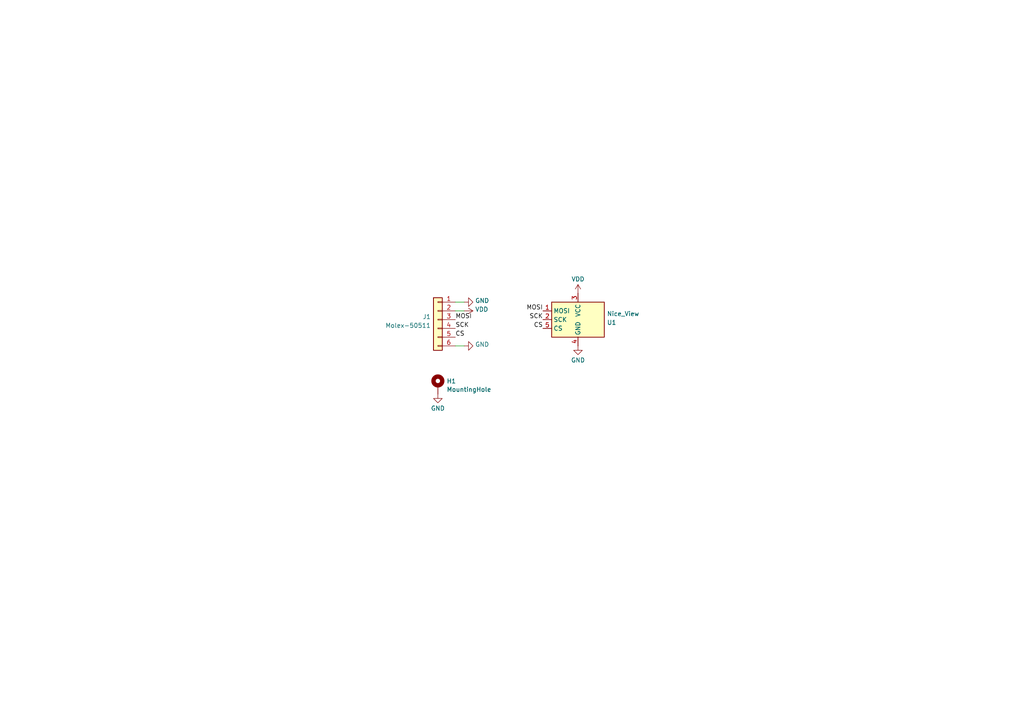
<source format=kicad_sch>
(kicad_sch (version 20231120) (generator "eeschema") (generator_version "8.0")
  (paper "A4")
  (title_block (title "Marten 22 nice!view Module") (date "2024-10-06"))
  (lib_symbols
    (symbol "Connector_Generic:Conn_01x06" (pin_names (offset 1.016) hide)
      (property "Reference" "J" (at 0 7.62 0))
      (property "Value" "Conn_01x06" (at 0 -10.16 0))
      (symbol "Conn_01x06_1_1"
        (rectangle (start -1.27 -7.493) (end 0 -7.747) (stroke (width 0.1524)))
        (rectangle (start -1.27 -4.953) (end 0 -5.207) (stroke (width 0.1524)))
        (rectangle (start -1.27 -2.413) (end 0 -2.667) (stroke (width 0.1524)))
        (rectangle (start -1.27 0.127) (end 0 -0.127) (stroke (width 0.1524)))
        (rectangle (start -1.27 2.667) (end 0 2.413) (stroke (width 0.1524)))
        (rectangle (start -1.27 5.207) (end 0 4.953) (stroke (width 0.1524)))
        (rectangle (start -1.27 6.35) (end 1.27 -8.89) (stroke (width 0.254)) (fill (type background)))
        (pin passive line (at -5.08 5.08 0) (length 3.81) (name "Pin_1") (number "1"))
        (pin passive line (at -5.08 2.54 0) (length 3.81) (name "Pin_2") (number "2"))
        (pin passive line (at -5.08 0 0) (length 3.81) (name "Pin_3") (number "3"))
        (pin passive line (at -5.08 -2.54 0) (length 3.81) (name "Pin_4") (number "4"))
        (pin passive line (at -5.08 -5.08 0) (length 3.81) (name "Pin_5") (number "5"))
        (pin passive line (at -5.08 -7.62 0) (length 3.81) (name "Pin_6") (number "6"))
      )
    )
    (symbol "GND_1" (power) (pin_names (offset 0))
      (property "Value" "GND_1" (at 0 -3.81 0))
      (symbol "GND_1_0_1"
        (polyline (pts (xy 0 0) (xy 0 -1.27) (xy 1.27 -1.27) (xy 0 -2.54) (xy -1.27 -1.27) (xy 0 -1.27)))
      )
      (symbol "GND_1_1_1"
        (pin power_in line (at 0 0 270) (length 0) hide (name "GND") (number "1"))
      )
    )
    (symbol "Mechanical:MountingHole_Pad" (pin_numbers hide) (pin_names (offset 1.016) hide)
      (property "Reference" "H" (at 0 6.35 0))
      (property "Value" "MountingHole_Pad" (at 0 4.445 0))
      (symbol "MountingHole_Pad_0_1"
        (circle (center 0 1.27) (radius 1.27) (stroke (width 1.27)))
      )
      (symbol "MountingHole_Pad_1_1"
        (pin input line (at 0 -2.54 90) (length 2.54) (name "1") (number "1"))
      )
    )
    (symbol "VDD_1" (power) (pin_names (offset 0))
      (property "Value" "VDD_1" (at 0 3.81 0))
      (symbol "VDD_1_0_1"
        (polyline (pts (xy -0.762 1.27) (xy 0 2.54)))
        (polyline (pts (xy 0 0) (xy 0 2.54)))
        (polyline (pts (xy 0 2.54) (xy 0.762 1.27)))
      )
      (symbol "VDD_1_1_1"
        (pin power_in line (at 0 0 90) (length 0) hide (name "VDD") (number "1"))
      )
    )
    (symbol "keyboard:Nice_View"
      (property "Reference" "U" (at -6.985 5.715 0))
      (property "Value" "Nice_View" (at 5.715 5.715 0))
      (symbol "Nice_View_0_1"
        (rectangle (start -7.62 5.08) (end 7.62 -5.08) (stroke (width 0.254)) (fill (type background)))
      )
      (symbol "Nice_View_1_1"
        (pin input line (at 10.16 2.54 180) (length 2.54) (name "MOSI") (number "1"))
        (pin input line (at 10.16 0 180) (length 2.54) (name "SCK") (number "2"))
        (pin power_in line (at 0 7.62 270) (length 2.54) (name "VCC") (number "3"))
        (pin power_in line (at 0 -7.62 90) (length 2.54) (name "GND") (number "4"))
        (pin input line (at 10.16 -2.54 180) (length 2.54) (name "CS") (number "5"))
      )
    )
    (symbol "power:GND" (power) (pin_names (offset 0))
      (property "Value" "GND" (at 0 -3.81 0))
      (symbol "GND_0_1"
        (polyline (pts (xy 0 0) (xy 0 -1.27) (xy 1.27 -1.27) (xy 0 -2.54) (xy -1.27 -1.27) (xy 0 -1.27)))
      )
      (symbol "GND_1_1"
        (pin power_in line (at 0 0 270) (length 0) hide (name "GND") (number "1"))
      )
    )
    (symbol "power:VDD" (power) (pin_names (offset 0))
      (property "Value" "VDD" (at 0 3.81 0))
      (symbol "VDD_0_1"
        (polyline (pts (xy -0.762 1.27) (xy 0 2.54)))
        (polyline (pts (xy 0 0) (xy 0 2.54)))
        (polyline (pts (xy 0 2.54) (xy 0.762 1.27)))
      )
      (symbol "VDD_1_1"
        (pin power_in line (at 0 0 90) (length 0) hide (name "VDD") (number "1"))
      )
    )
  )
  (wire (pts (xy 134.62 87.63) (xy 132.08 87.63)))
  (wire (pts (xy 134.62 90.17) (xy 132.08 90.17)))
  (wire (pts (xy 134.62 100.33) (xy 132.08 100.33)))
  (label "MOSI" (at 157.48 90.17 180))
  (label "CS" (at 157.48 95.25 180))
  (label "MOSI" (at 132.08 92.71 0))
  (label "SCK" (at 132.08 95.25 0))
  (label "SCK" (at 157.48 92.71 180))
  (label "CS" (at 132.08 97.79 0))
  (symbol (lib_name "VDD_1") (lib_id "power:VDD") (at 167.64 85.09 0) (unit 1)
    (property "Reference" "#PWR01" (effects (hide yes)))
    (property "Value" "VDD" (at 167.64 80.9569 0))
  )
  (symbol (lib_id "power:GND") (at 134.62 100.33 90) (mirror x) (unit 1)
    (property "Reference" "#PWR03" (effects (hide yes)))
    (property "Value" "GND" (at 137.7949 99.8962 90) (effects (justify right)))
  )
  (symbol (lib_name "GND_1") (lib_id "power:GND") (at 167.64 100.33 0) (unit 1)
    (property "Reference" "#PWR04" (effects (hide yes)))
    (property "Value" "GND" (at 167.64 104.4631 0))
  )
  (symbol (lib_id "Mechanical:MountingHole_Pad") (at 127 111.76 0) (unit 1)
    (property "Reference" "H1" (at 129.54 110.5479 0) (effects (justify left)))
    (property "Value" "MountingHole" (at 129.54 112.9721 0) (effects (justify left)))
    (property "Footprint" "MountingHole:MountingHole_2.2mm_M2_Pad_Via" (effects (hide yes)))
    (property "Manufacturer" "DNP" (effects (hide yes)))
    (property "Manufacturer Part Number" "DNP" (effects (hide yes)))
    (property "Package" "DNP" (effects (hide yes)))
  )
  (symbol (lib_name "GND_1") (lib_id "power:GND") (at 127 114.3 0) (unit 1)
    (property "Reference" "#PWR05" (effects (hide yes)))
    (property "Value" "GND" (at 127 118.4331 0))
  )
  (symbol (lib_id "power:VDD") (at 134.62 90.17 270) (unit 1)
    (property "Reference" "#PWR02" (effects (hide yes)))
    (property "Value" "VDD" (at 137.795 89.7362 90) (effects (justify left)))
  )
  (symbol (lib_id "keyboard:Nice_View") (at 167.64 92.71 0) (mirror y) (unit 1)
    (property "Reference" "U1" (at 176.022 93.5447 0) (effects (justify right)))
    (property "Value" "Nice_View" (at 176.022 91.0078 0) (effects (justify right)))
    (property "Footprint" "keyboard:Nice_View_Pogo_pin" (effects (hide yes)))
    (property "Datasheet" "https://www.mill-max.com/products/datasheet/sockets/821-22-005-10-000101" (effects (hide yes)))
    (property "Manufacturer Part Number" "821-22-005-10-000101" (effects (hide yes)))
    (property "Manufacturer" "Mill-Max" (effects (hide yes)))
    (property "Package" "THT 5P" (effects (hide yes)))
  )
  (symbol (lib_id "power:GND") (at 134.62 87.63 90) (mirror x) (unit 1)
    (property "Reference" "#PWR06" (effects (hide yes)))
    (property "Value" "GND" (at 137.7949 87.1962 90) (effects (justify right)))
  )
  (symbol (lib_id "Connector_Generic:Conn_01x06") (at 127 92.71 0) (mirror y) (unit 1)
    (property "Reference" "J1" (at 124.9681 91.8753 0) (effects (justify left)))
    (property "Value" "Molex-50511" (at 124.9681 94.4122 0) (effects (justify left)))
    (property "Footprint" "keyboard:Molex_5051100692_1x06_P0.5mm_Anchor_2" (effects (hide yes)))
    (property "Manufacturer Part Number" "505110069" (effects (hide yes)))
    (property "Manufacturer" "Molex" (effects (hide yes)))
    (property "Package" "SMD" (effects (hide yes)))
  )
)
</source>
